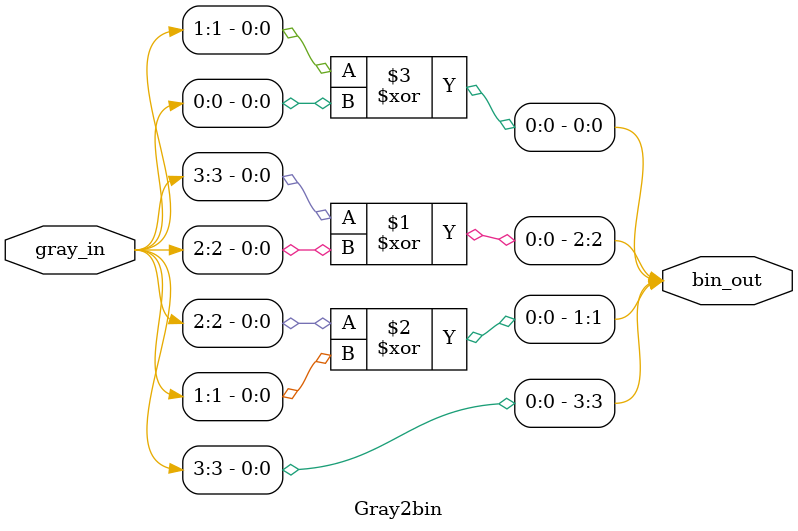
<source format=v>
module Gray2bin(
    input [3:0]gray_in,
    output [3:0]bin_out
    );
    
    assign bin_out[3] = gray_in[3];
    
    assign bin_out[2] = gray_in[3] ^ gray_in[2];
    assign bin_out[1] = gray_in[2] ^ gray_in[1];
    assign bin_out[0] = gray_in[1] ^ gray_in[0];
    
endmodule
</source>
